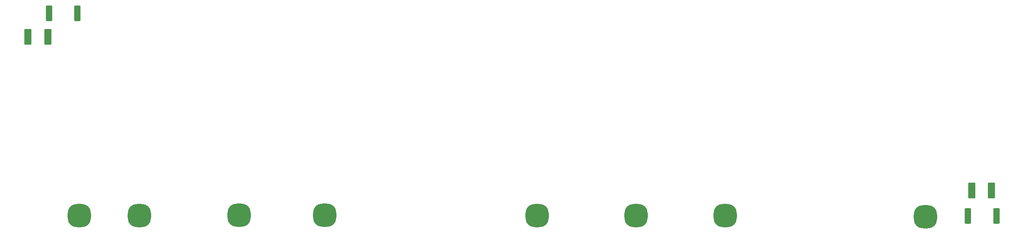
<source format=gbr>
%TF.GenerationSoftware,KiCad,Pcbnew,7.0.7*%
%TF.CreationDate,2024-04-10T14:30:17-07:00*%
%TF.ProjectId,hv-pcb-v1,68762d70-6362-42d7-9631-2e6b69636164,rev?*%
%TF.SameCoordinates,Original*%
%TF.FileFunction,Paste,Bot*%
%TF.FilePolarity,Positive*%
%FSLAX46Y46*%
G04 Gerber Fmt 4.6, Leading zero omitted, Abs format (unit mm)*
G04 Created by KiCad (PCBNEW 7.0.7) date 2024-04-10 14:30:17*
%MOMM*%
%LPD*%
G01*
G04 APERTURE LIST*
G04 Aperture macros list*
%AMRoundRect*
0 Rectangle with rounded corners*
0 $1 Rounding radius*
0 $2 $3 $4 $5 $6 $7 $8 $9 X,Y pos of 4 corners*
0 Add a 4 corners polygon primitive as box body*
4,1,4,$2,$3,$4,$5,$6,$7,$8,$9,$2,$3,0*
0 Add four circle primitives for the rounded corners*
1,1,$1+$1,$2,$3*
1,1,$1+$1,$4,$5*
1,1,$1+$1,$6,$7*
1,1,$1+$1,$8,$9*
0 Add four rect primitives between the rounded corners*
20,1,$1+$1,$2,$3,$4,$5,0*
20,1,$1+$1,$4,$5,$6,$7,0*
20,1,$1+$1,$6,$7,$8,$9,0*
20,1,$1+$1,$8,$9,$2,$3,0*%
G04 Aperture macros list end*
%ADD10RoundRect,1.968504X0.531496X-0.531496X0.531496X0.531496X-0.531496X0.531496X-0.531496X-0.531496X0*%
%ADD11RoundRect,0.249999X-0.450001X-1.425001X0.450001X-1.425001X0.450001X1.425001X-0.450001X1.425001X0*%
%ADD12RoundRect,0.250000X-0.537500X-1.450000X0.537500X-1.450000X0.537500X1.450000X-0.537500X1.450000X0*%
%ADD13RoundRect,0.249999X0.450001X1.425001X-0.450001X1.425001X-0.450001X-1.425001X0.450001X-1.425001X0*%
%ADD14RoundRect,0.250000X0.537500X1.450000X-0.537500X1.450000X-0.537500X-1.450000X0.537500X-1.450000X0*%
G04 APERTURE END LIST*
D10*
%TO.C,HV3*%
X89370000Y-143313000D03*
%TD*%
%TO.C,HV7*%
X237348755Y-143642900D03*
%TD*%
%TO.C,HV6*%
X194209755Y-143372900D03*
%TD*%
%TO.C,HV1*%
X54869000Y-143351000D03*
%TD*%
%TO.C,HV2*%
X67869000Y-143351000D03*
%TD*%
%TO.C,HV5*%
X153573000Y-143400000D03*
%TD*%
%TO.C,HV4*%
X107779000Y-143280000D03*
%TD*%
%TO.C,HV8*%
X174960755Y-143360900D03*
%TD*%
D11*
%TO.C,R20*%
X246531254Y-143413901D03*
X252631254Y-143413901D03*
%TD*%
D12*
%TO.C,C12*%
X247312255Y-137951900D03*
X251587255Y-137951900D03*
%TD*%
D13*
%TO.C,R21*%
X54466000Y-99667000D03*
X48366000Y-99667000D03*
%TD*%
D14*
%TO.C,C11*%
X48108500Y-104769000D03*
X43833500Y-104769000D03*
%TD*%
M02*

</source>
